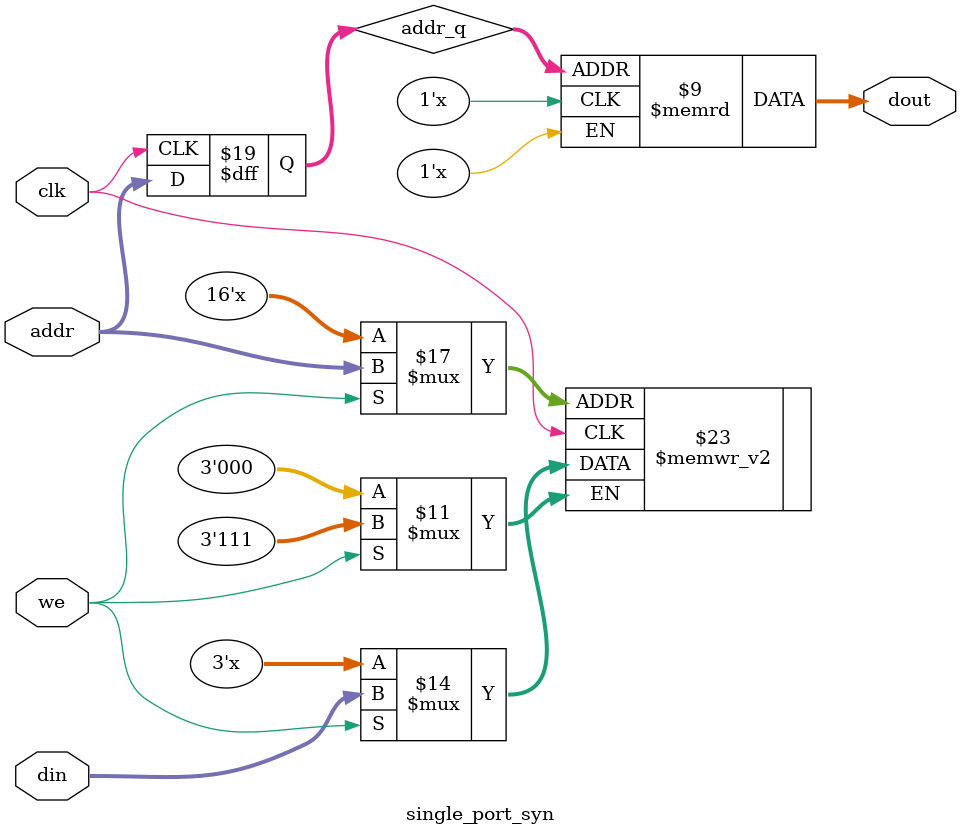
<source format=v>
`timescale 1ns / 1ps

module single_port_syn //128k by 3 single port sync ram(uses block ram)
#(parameter ADDR_WIDTH=16,
				DATA_WIDTH=3)
(
	input clk,
	input we,
	input[ADDR_WIDTH-1:0] addr,
	input[DATA_WIDTH-1:0] din,
	output[DATA_WIDTH-1:0] dout
);
	reg[DATA_WIDTH-1:0] ram[2**ADDR_WIDTH-1:0];
	reg[ADDR_WIDTH-1:0] addr_q;
	
	always @(posedge clk) begin
		if(we) ram[addr]=din;
		addr_q<=addr;
	end
	assign dout=ram[addr_q];
endmodule

</source>
